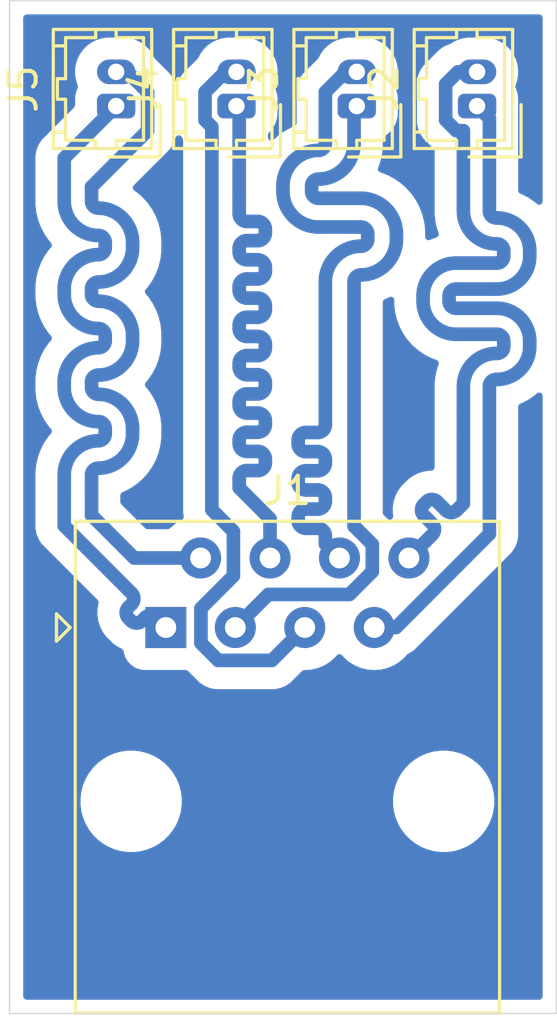
<source format=kicad_pcb>
(kicad_pcb (version 20240108) (generator "pcbnew") (generator_version "8.0")
  (layers (0 "F.Cu" signal) (31 "B.Cu" signal) (34 "B.Paste" user) (35 "F.Paste" user) (36 "B.SilkS" user "B.Silkscreen") (37 "F.SilkS" user "F.Silkscreen") (38 "B.Mask" user) (39 "F.Mask" user) (44 "Edge.Cuts" user))
  (net 0 "")
  (net 1 "/C2_P")
  (net 2 "/C3_N")
  (net 3 "/C2_N")
  (net 4 "/C3_P")
  (net 5 "/C4_N")
  (net 6 "/C1_N")
  (net 7 "/C4_P")
  (net 8 "/C1_P")
  (footprint "Connector_Hirose:Hirose_DF13-02P-1.25DSA_1x02_P1.25mm_Vertical" (layer "F.Cu") (at 112.7 31.85 90)
    (property "Reference" "J3" (at 0.62 -3.4 90) (layer "F.SilkS"))
    (property "Value" "Conn_01x02_Pin" (hide yes))
    (fp_line (start 2.8 -2.3) (end -1.55 -2.3) (stroke (width 0.12)) (layer "F.SilkS"))
    (fp_line (start -1.55 -2.3) (end -1.55 1.3) (stroke (width 0.12)) (layer "F.SilkS"))
    (fp_line (start 1 -2.15) (end 1 -1.85) (stroke (width 0.12)) (layer "F.SilkS"))
    (fp_line (start 0.25 -2.15) (end 1 -2.15) (stroke (width 0.12)) (layer "F.SilkS"))
    (fp_line (start 2.5 -1.85) (end 2.2 -1.85) (stroke (width 0.12)) (layer "F.SilkS"))
    (fp_line (start 2.2 -1.85) (end 2.2 -2.3) (stroke (width 0.12)) (layer "F.SilkS"))
    (fp_line (start 1 -1.85) (end 2.2 -1.85) (stroke (width 0.12)) (layer "F.SilkS"))
    (fp_line (start 0.25 -1.85) (end 0.25 -2.15) (stroke (width 0.12)) (layer "F.SilkS"))
    (fp_line (start -0.95 -1.85) (end -0.95 -2.3) (stroke (width 0.12)) (layer "F.SilkS"))
    (fp_line (start -0.95 -1.85) (end 0.25 -1.85) (stroke (width 0.12)) (layer "F.SilkS"))
    (fp_line (start -1.25 -1.85) (end -0.95 -1.85) (stroke (width 0.12)) (layer "F.SilkS"))
    (fp_line (start 2.8 -0.75) (end 2.5 -0.75) (stroke (width 0.12)) (layer "F.SilkS"))
    (fp_line (start 2.5 -0.75) (end 2.5 -1.85) (stroke (width 0.12)) (layer "F.SilkS"))
    (fp_line (start -1.25 -0.75) (end -1.25 -1.85) (stroke (width 0.12)) (layer "F.SilkS"))
    (fp_line (start -1.55 -0.75) (end -1.25 -0.75) (stroke (width 0.12)) (layer "F.SilkS"))
    (fp_line (start -1.86 -0.3) (end -1.86 1.61) (stroke (width 0.12)) (layer "F.SilkS"))
    (fp_line (start 2.5 0) (end 2.8 0) (stroke (width 0.12)) (layer "F.SilkS"))
    (fp_line (start -1.25 0) (end -1.25 1) (stroke (width 0.12)) (layer "F.SilkS"))
    (fp_line (start -1.55 0) (end -1.25 0) (stroke (width 0.12)) (layer "F.SilkS"))
    (fp_line (start 2.5 1) (end 2.5 0) (stroke (width 0.12)) (layer "F.SilkS"))
    (fp_line (start -1.25 1) (end 2.5 1) (stroke (width 0.12)) (layer "F.SilkS"))
    (fp_line (start 2.8 1.3) (end 2.8 -2.3) (stroke (width 0.12)) (layer "F.SilkS"))
    (fp_line (start -1.55 1.3) (end 2.8 1.3) (stroke (width 0.12)) (layer "F.SilkS"))
    (fp_line (start -1.86 1.61) (end 0.05 1.61) (stroke (width 0.12)) (layer "F.SilkS"))
    (pad "1" thru_hole roundrect (at 0 0 90) (size 0.9 1.4) (drill 0.6) (layers "*.Cu" "*.Mask") (net 3 "/C2_N"))
    (pad "2" thru_hole oval (at 1.25 0 90) (size 0.9 1.4) (drill 0.6) (layers "*.Cu" "*.Mask") (net 1 "/C2_P"))
  )
  (footprint "Connector_Hirose:Hirose_DF13-02P-1.25DSA_1x02_P1.25mm_Vertical" (layer "F.Cu") (at 117.1 31.85 90)
    (property "Reference" "J2" (at 0.62 -3.4 90) (layer "F.SilkS"))
    (property "Value" "Conn_01x02_Pin" (hide yes))
    (fp_line (start 2.8 -2.3) (end -1.55 -2.3) (stroke (width 0.12)) (layer "F.SilkS"))
    (fp_line (start -1.55 -2.3) (end -1.55 1.3) (stroke (width 0.12)) (layer "F.SilkS"))
    (fp_line (start 1 -2.15) (end 1 -1.85) (stroke (width 0.12)) (layer "F.SilkS"))
    (fp_line (start 0.25 -2.15) (end 1 -2.15) (stroke (width 0.12)) (layer "F.SilkS"))
    (fp_line (start 2.5 -1.85) (end 2.2 -1.85) (stroke (width 0.12)) (layer "F.SilkS"))
    (fp_line (start 2.2 -1.85) (end 2.2 -2.3) (stroke (width 0.12)) (layer "F.SilkS"))
    (fp_line (start 1 -1.85) (end 2.2 -1.85) (stroke (width 0.12)) (layer "F.SilkS"))
    (fp_line (start 0.25 -1.85) (end 0.25 -2.15) (stroke (width 0.12)) (layer "F.SilkS"))
    (fp_line (start -0.95 -1.85) (end -0.95 -2.3) (stroke (width 0.12)) (layer "F.SilkS"))
    (fp_line (start -0.95 -1.85) (end 0.25 -1.85) (stroke (width 0.12)) (layer "F.SilkS"))
    (fp_line (start -1.25 -1.85) (end -0.95 -1.85) (stroke (width 0.12)) (layer "F.SilkS"))
    (fp_line (start 2.8 -0.75) (end 2.5 -0.75) (stroke (width 0.12)) (layer "F.SilkS"))
    (fp_line (start 2.5 -0.75) (end 2.5 -1.85) (stroke (width 0.12)) (layer "F.SilkS"))
    (fp_line (start -1.25 -0.75) (end -1.25 -1.85) (stroke (width 0.12)) (layer "F.SilkS"))
    (fp_line (start -1.55 -0.75) (end -1.25 -0.75) (stroke (width 0.12)) (layer "F.SilkS"))
    (fp_line (start -1.86 -0.3) (end -1.86 1.61) (stroke (width 0.12)) (layer "F.SilkS"))
    (fp_line (start 2.5 0) (end 2.8 0) (stroke (width 0.12)) (layer "F.SilkS"))
    (fp_line (start -1.25 0) (end -1.25 1) (stroke (width 0.12)) (layer "F.SilkS"))
    (fp_line (start -1.55 0) (end -1.25 0) (stroke (width 0.12)) (layer "F.SilkS"))
    (fp_line (start 2.5 1) (end 2.5 0) (stroke (width 0.12)) (layer "F.SilkS"))
    (fp_line (start -1.25 1) (end 2.5 1) (stroke (width 0.12)) (layer "F.SilkS"))
    (fp_line (start 2.8 1.3) (end 2.8 -2.3) (stroke (width 0.12)) (layer "F.SilkS"))
    (fp_line (start -1.55 1.3) (end 2.8 1.3) (stroke (width 0.12)) (layer "F.SilkS"))
    (fp_line (start -1.86 1.61) (end 0.05 1.61) (stroke (width 0.12)) (layer "F.SilkS"))
    (pad "1" thru_hole roundrect (at 0 0 90) (size 0.9 1.4) (drill 0.6) (layers "*.Cu" "*.Mask") (net 6 "/C1_N"))
    (pad "2" thru_hole oval (at 1.25 0 90) (size 0.9 1.4) (drill 0.6) (layers "*.Cu" "*.Mask") (net 8 "/C1_P"))
  )
  (footprint "Connector_Hirose:Hirose_DF13-02P-1.25DSA_1x02_P1.25mm_Vertical" (layer "F.Cu") (at 108.3 31.85 90)
    (property "Reference" "J4" (at 0.62 -3.4 90) (layer "F.SilkS"))
    (property "Value" "Conn_01x02_Pin" (hide yes))
    (fp_line (start 2.8 -2.3) (end -1.55 -2.3) (stroke (width 0.12)) (layer "F.SilkS"))
    (fp_line (start -1.55 -2.3) (end -1.55 1.3) (stroke (width 0.12)) (layer "F.SilkS"))
    (fp_line (start 1 -2.15) (end 1 -1.85) (stroke (width 0.12)) (layer "F.SilkS"))
    (fp_line (start 0.25 -2.15) (end 1 -2.15) (stroke (width 0.12)) (layer "F.SilkS"))
    (fp_line (start 2.5 -1.85) (end 2.2 -1.85) (stroke (width 0.12)) (layer "F.SilkS"))
    (fp_line (start 2.2 -1.85) (end 2.2 -2.3) (stroke (width 0.12)) (layer "F.SilkS"))
    (fp_line (start 1 -1.85) (end 2.2 -1.85) (stroke (width 0.12)) (layer "F.SilkS"))
    (fp_line (start 0.25 -1.85) (end 0.25 -2.15) (stroke (width 0.12)) (layer "F.SilkS"))
    (fp_line (start -0.95 -1.85) (end -0.95 -2.3) (stroke (width 0.12)) (layer "F.SilkS"))
    (fp_line (start -0.95 -1.85) (end 0.25 -1.85) (stroke (width 0.12)) (layer "F.SilkS"))
    (fp_line (start -1.25 -1.85) (end -0.95 -1.85) (stroke (width 0.12)) (layer "F.SilkS"))
    (fp_line (start 2.8 -0.75) (end 2.5 -0.75) (stroke (width 0.12)) (layer "F.SilkS"))
    (fp_line (start 2.5 -0.75) (end 2.5 -1.85) (stroke (width 0.12)) (layer "F.SilkS"))
    (fp_line (start -1.25 -0.75) (end -1.25 -1.85) (stroke (width 0.12)) (layer "F.SilkS"))
    (fp_line (start -1.55 -0.75) (end -1.25 -0.75) (stroke (width 0.12)) (layer "F.SilkS"))
    (fp_line (start -1.86 -0.3) (end -1.86 1.61) (stroke (width 0.12)) (layer "F.SilkS"))
    (fp_line (start 2.5 0) (end 2.8 0) (stroke (width 0.12)) (layer "F.SilkS"))
    (fp_line (start -1.25 0) (end -1.25 1) (stroke (width 0.12)) (layer "F.SilkS"))
    (fp_line (start -1.55 0) (end -1.25 0) (stroke (width 0.12)) (layer "F.SilkS"))
    (fp_line (start 2.5 1) (end 2.5 0) (stroke (width 0.12)) (layer "F.SilkS"))
    (fp_line (start -1.25 1) (end 2.5 1) (stroke (width 0.12)) (layer "F.SilkS"))
    (fp_line (start 2.8 1.3) (end 2.8 -2.3) (stroke (width 0.12)) (layer "F.SilkS"))
    (fp_line (start -1.55 1.3) (end 2.8 1.3) (stroke (width 0.12)) (layer "F.SilkS"))
    (fp_line (start -1.86 1.61) (end 0.05 1.61) (stroke (width 0.12)) (layer "F.SilkS"))
    (pad "1" thru_hole roundrect (at 0 0 90) (size 0.9 1.4) (drill 0.6) (layers "*.Cu" "*.Mask") (net 2 "/C3_N"))
    (pad "2" thru_hole oval (at 1.25 0 90) (size 0.9 1.4) (drill 0.6) (layers "*.Cu" "*.Mask") (net 4 "/C3_P"))
  )
  (footprint "Connector_RJ:RJ45_Amphenol_54602-x08_Horizontal" (layer "F.Cu") (at 105.7175 50.9)
    (property "Reference" "J1" (at 4.445 -5 0) (layer "F.SilkS"))
    (property "Value" "RJ45")
    (fp_line (start -4 -0.5) (end -4 0.5) (stroke (width 0.12)) (layer "F.SilkS"))
    (fp_line (start -4 0.5) (end -3.5 0) (stroke (width 0.12)) (layer "F.SilkS"))
    (fp_line (start -3.5 0) (end -4 -0.5) (stroke (width 0.12)) (layer "F.SilkS"))
    (fp_line (start -3.315 -3.88) (end -3.315 14.08) (stroke (width 0.12)) (layer "F.SilkS"))
    (fp_line (start -3.315 14.08) (end 12.205 14.08) (stroke (width 0.12)) (layer "F.SilkS"))
    (fp_line (start 12.205 -3.88) (end -3.315 -3.88) (stroke (width 0.12)) (layer "F.SilkS"))
    (fp_line (start 12.205 -3.88) (end 12.205 14.08) (stroke (width 0.12)) (layer "F.SilkS"))
    (pad "" np_thru_hole circle (at -1.27 6.35) (size 3.2 3.2) (drill 3.2) (layers "*.Cu" "*.Mask"))
    (pad "" np_thru_hole circle (at 10.16 6.35) (size 3.2 3.2) (drill 3.2) (layers "*.Cu" "*.Mask"))
    (pad "1" thru_hole rect (at 0 0) (size 1.5 1.5) (drill 0.76) (layers "*.Cu" "*.Mask") (net 5 "/C4_N"))
    (pad "2" thru_hole circle (at 1.27 -2.54) (size 1.5 1.5) (drill 0.76) (layers "*.Cu" "*.Mask") (net 7 "/C4_P"))
    (pad "3" thru_hole circle (at 2.54 0) (size 1.5 1.5) (drill 0.76) (layers "*.Cu" "*.Mask") (net 3 "/C2_N"))
    (pad "4" thru_hole circle (at 3.81 -2.54) (size 1.5 1.5) (drill 0.76) (layers "*.Cu" "*.Mask") (net 2 "/C3_N"))
    (pad "5" thru_hole circle (at 5.08 0) (size 1.5 1.5) (drill 0.76) (layers "*.Cu" "*.Mask") (net 4 "/C3_P"))
    (pad "6" thru_hole circle (at 6.35 -2.54) (size 1.5 1.5) (drill 0.76) (layers "*.Cu" "*.Mask") (net 1 "/C2_P"))
    (pad "7" thru_hole circle (at 7.62 0) (size 1.5 1.5) (drill 0.76) (layers "*.Cu" "*.Mask") (net 6 "/C1_N"))
    (pad "8" thru_hole circle (at 8.89 -2.54) (size 1.5 1.5) (drill 0.76) (layers "*.Cu" "*.Mask") (net 8 "/C1_P"))
  )
  (footprint "Connector_Hirose:Hirose_DF13-02P-1.25DSA_1x02_P1.25mm_Vertical" (layer "F.Cu") (at 103.9 31.85 90)
    (property "Reference" "J5" (at 0.62 -3.4 90) (layer "F.SilkS"))
    (property "Value" "Conn_01x02_Pin")
    (fp_line (start 2.8 -2.3) (end -1.55 -2.3) (stroke (width 0.12)) (layer "F.SilkS"))
    (fp_line (start -1.55 -2.3) (end -1.55 1.3) (stroke (width 0.12)) (layer "F.SilkS"))
    (fp_line (start 1 -2.15) (end 1 -1.85) (stroke (width 0.12)) (layer "F.SilkS"))
    (fp_line (start 0.25 -2.15) (end 1 -2.15) (stroke (width 0.12)) (layer "F.SilkS"))
    (fp_line (start 2.5 -1.85) (end 2.2 -1.85) (stroke (width 0.12)) (layer "F.SilkS"))
    (fp_line (start 2.2 -1.85) (end 2.2 -2.3) (stroke (width 0.12)) (layer "F.SilkS"))
    (fp_line (start 1 -1.85) (end 2.2 -1.85) (stroke (width 0.12)) (layer "F.SilkS"))
    (fp_line (start 0.25 -1.85) (end 0.25 -2.15) (stroke (width 0.12)) (layer "F.SilkS"))
    (fp_line (start -0.95 -1.85) (end -0.95 -2.3) (stroke (width 0.12)) (layer "F.SilkS"))
    (fp_line (start -0.95 -1.85) (end 0.25 -1.85) (stroke (width 0.12)) (layer "F.SilkS"))
    (fp_line (start -1.25 -1.85) (end -0.95 -1.85) (stroke (width 0.12)) (layer "F.SilkS"))
    (fp_line (start 2.8 -0.75) (end 2.5 -0.75) (stroke (width 0.12)) (layer "F.SilkS"))
    (fp_line (start 2.5 -0.75) (end 2.5 -1.85) (stroke (width 0.12)) (layer "F.SilkS"))
    (fp_line (start -1.25 -0.75) (end -1.25 -1.85) (stroke (width 0.12)) (layer "F.SilkS"))
    (fp_line (start -1.55 -0.75) (end -1.25 -0.75) (stroke (width 0.12)) (layer "F.SilkS"))
    (fp_line (start -1.86 -0.3) (end -1.86 1.61) (stroke (width 0.12)) (layer "F.SilkS"))
    (fp_line (start 2.5 0) (end 2.8 0) (stroke (width 0.12)) (layer "F.SilkS"))
    (fp_line (start -1.25 0) (end -1.25 1) (stroke (width 0.12)) (layer "F.SilkS"))
    (fp_line (start -1.55 0) (end -1.25 0) (stroke (width 0.12)) (layer "F.SilkS"))
    (fp_line (start 2.5 1) (end 2.5 0) (stroke (width 0.12)) (layer "F.SilkS"))
    (fp_line (start -1.25 1) (end 2.5 1) (stroke (width 0.12)) (layer "F.SilkS"))
    (fp_line (start 2.8 1.3) (end 2.8 -2.3) (stroke (width 0.12)) (layer "F.SilkS"))
    (fp_line (start -1.55 1.3) (end 2.8 1.3) (stroke (width 0.12)) (layer "F.SilkS"))
    (fp_line (start -1.86 1.61) (end 0.05 1.61) (stroke (width 0.12)) (layer "F.SilkS"))
    (pad "1" thru_hole roundrect (at 0 0 90) (size 0.9 1.4) (drill 0.6) (layers "*.Cu" "*.Mask") (net 5 "/C4_N"))
    (pad "2" thru_hole oval (at 1.25 0 90) (size 0.9 1.4) (drill 0.6) (layers "*.Cu" "*.Mask") (net 7 "/C4_P"))
  )
  (gr_rect (start 100 28) (end 120 65) (stroke (width 0.05)) (fill none) (layer "Edge.Cuts"))
  (segment (start 111.27 45.874174) (end 110.83641 45.874174) (width 0.5) (layer "B.Cu") (net 1))
  (segment (start 111.55 44.894174) (end 111.55 44.754174) (width 0.5) (layer "B.Cu") (net 1))
  (segment (start 111.55 38.468114) (end 111.55 39.63206) (width 0.5) (layer "B.Cu") (net 1))
  (segment (start 111.55 46.294174) (end 111.55 46.154174) (width 0.5) (layer "B.Cu") (net 1))
  (segment (start 111.55 43.354174) (end 111.55 40.6) (width 0.5) (layer "B.Cu") (net 1))
  (segment (start 111.27 44.474174) (end 110.83641 44.474174) (width 0.5) (layer "B.Cu") (net 1))
  (segment (start 113.1 36.518114) (end 113.1 36.718114) (width 0.5) (layer "B.Cu") (net 1))
  (segment (start 110.83641 46.574174) (end 111.27 46.574174) (width 0.5) (layer "B.Cu") (net 1))
  (segment (start 111.55 47.8425) (end 111.55 47.554174) (width 0.5) (layer "B.Cu") (net 1))
  (segment (start 110.83641 45.174174) (end 111.27 45.174174) (width 0.5) (layer "B.Cu") (net 1))
  (segment (start 111.3 36.268114) (end 111.55 36.268114) (width 0.5) (layer "B.Cu") (net 1))
  (segment (start 112.289172 30.6) (end 111.55 31.339172) (width 0.5) (layer "B.Cu") (net 1))
  (segment (start 110.55641 46.994174) (end 110.55641 46.854174) (width 0.5) (layer "B.Cu") (net 1))
  (segment (start 111.55 43.494174) (end 111.55 43.354174) (width 0.5) (layer "B.Cu") (net 1))
  (segment (start 111.55 38.268114) (end 111.55 38.468114) (width 0.5) (layer "B.Cu") (net 1))
  (segment (start 110.55641 44.194174) (end 110.55641 44.054174) (width 0.5) (layer "B.Cu") (net 1))
  (segment (start 111.55 36.268114) (end 112.85 36.268114) (width 0.5) (layer "B.Cu") (net 1))
  (segment (start 112.7 30.6) (end 112.289172 30.6) (width 0.5) (layer "B.Cu") (net 1))
  (segment (start 110.55641 45.594174) (end 110.55641 45.454174) (width 0.5) (layer "B.Cu") (net 1))
  (segment (start 112.0675 48.36) (end 111.55 47.8425) (width 0.5) (layer "B.Cu") (net 1))
  (segment (start 111.55 39.63206) (end 111.55 40.6) (width 0.5) (layer "B.Cu") (net 1))
  (segment (start 110.83641 43.774174) (end 111.27 43.774174) (width 0.5) (layer "B.Cu") (net 1))
  (segment (start 110 34.768114) (end 110 34.968114) (width 0.5) (layer "B.Cu") (net 1))
  (segment (start 111.27 47.274174) (end 110.83641 47.274174) (width 0.5) (layer "B.Cu") (net 1))
  (segment (start 111.55 31.339172) (end 111.55 33.218114) (width 0.5) (layer "B.Cu") (net 1))
  (arc (start 112.85 36.968114) (mid 111.930761 37.348875) (end 111.55 38.268114) (width 0.5) (layer "B.Cu") (net 1))
  (arc (start 112.85 36.268114) (mid 113.026777 36.341337) (end 113.1 36.518114) (width 0.5) (layer "B.Cu") (net 1))
  (arc (start 110.55641 45.454174) (mid 110.63842 45.256184) (end 110.83641 45.174174) (width 0.5) (layer "B.Cu") (net 1))
  (arc (start 110.55641 44.054174) (mid 110.63842 43.856184) (end 110.83641 43.774174) (width 0.5) (layer "B.Cu") (net 1))
  (arc (start 110 34.968114) (mid 110.380761 35.887353) (end 111.3 36.268114) (width 0.5) (layer "B.Cu") (net 1))
  (arc (start 111.55 47.554174) (mid 111.46799 47.356184) (end 111.27 47.274174) (width 0.5) (layer "B.Cu") (net 1))
  (arc (start 110.83641 45.874174) (mid 110.63842 45.792164) (end 110.55641 45.594174) (width 0.5) (layer "B.Cu") (net 1))
  (arc (start 111.27 46.574174) (mid 111.46799 46.492164) (end 111.55 46.294174) (width 0.5) (layer "B.Cu") (net 1))
  (arc (start 111.55 44.754174) (mid 111.46799 44.556184) (end 111.27 44.474174) (width 0.5) (layer "B.Cu") (net 1))
  (arc (start 111.27 45.174174) (mid 111.46799 45.092164) (end 111.55 44.894174) (width 0.5) (layer "B.Cu") (net 1))
  (arc (start 111.3 33.468114) (mid 110.380761 33.848875) (end 110 34.768114) (width 0.5) (layer "B.Cu") (net 1))
  (arc (start 111.55 33.218114) (mid 111.476777 33.394891) (end 111.3 33.468114) (width 0.5) (layer "B.Cu") (net 1))
  (arc (start 113.1 36.718114) (mid 113.026777 36.894891) (end 112.85 36.968114) (width 0.5) (layer "B.Cu") (net 1))
  (arc (start 111.27 43.774174) (mid 111.46799 43.692164) (end 111.55 43.494174) (width 0.5) (layer "B.Cu") (net 1))
  (arc (start 110.83641 47.274174) (mid 110.63842 47.192164) (end 110.55641 46.994174) (width 0.5) (layer "B.Cu") (net 1))
  (arc (start 111.55 46.154174) (mid 111.46799 45.956184) (end 111.27 45.874174) (width 0.5) (layer "B.Cu") (net 1))
  (arc (start 110.83641 44.474174) (mid 110.63842 44.392164) (end 110.55641 44.194174) (width 0.5) (layer "B.Cu") (net 1))
  (arc (start 110.55641 46.854174) (mid 110.63842 46.656184) (end 110.83641 46.574174) (width 0.5) (layer "B.Cu") (net 1))
  (segment (start 109.076237 43.066066) (end 108.68 43.066066) (width 0.5) (layer "B.Cu") (net 2))
  (segment (start 108.4 38.586066) (end 108.4 38.446066) (width 0.5) (layer "B.Cu") (net 2))
  (segment (start 108.4 37.186066) (end 108.4 37.046066) (width 0.5) (layer "B.Cu") (net 2))
  (segment (start 109.076237 41.666066) (end 108.68 41.666066) (width 0.5) (layer "B.Cu") (net 2))
  (segment (start 108.68 36.766066) (end 109.076237 36.766066) (width 0.5) (layer "B.Cu") (net 2))
  (segment (start 109.076237 37.466066) (end 108.68 37.466066) (width 0.5) (layer "B.Cu") (net 2))
  (segment (start 109.356237 40.686066) (end 109.356237 40.546066) (width 0.5) (layer "B.Cu") (net 2))
  (segment (start 109.076237 36.066066) (end 108.68 36.066066) (width 0.5) (layer "B.Cu") (net 2))
  (segment (start 109.356237 39.286066) (end 109.356237 39.146066) (width 0.5) (layer "B.Cu") (net 2))
  (segment (start 109.356237 44.886066) (end 109.356237 44.746066) (width 0.5) (layer "B.Cu") (net 2))
  (segment (start 109.356237 36.486066) (end 109.356237 36.346066) (width 0.5) (layer "B.Cu") (net 2))
  (segment (start 109.076237 44.466066) (end 108.68 44.466066) (width 0.5) (layer "B.Cu") (net 2))
  (segment (start 109.076237 40.266066) (end 108.68 40.266066) (width 0.5) (layer "B.Cu") (net 2))
  (segment (start 108.4 35.646066) (end 108.4 35.066023) (width 0.5) (layer "B.Cu") (net 2))
  (segment (start 109.076237 38.866066) (end 108.68 38.866066) (width 0.5) (layer "B.Cu") (net 2))
  (segment (start 108.68 43.766066) (end 109.076237 43.766066) (width 0.5) (layer "B.Cu") (net 2))
  (segment (start 108.68 40.966066) (end 109.076237 40.966066) (width 0.5) (layer "B.Cu") (net 2))
  (segment (start 109.5275 48.36) (end 109.5275 46.9275) (width 0.5) (layer "B.Cu") (net 2))
  (segment (start 108.4 42.786066) (end 108.4 42.646066) (width 0.5) (layer "B.Cu") (net 2))
  (segment (start 108.68 39.566066) (end 109.076237 39.566066) (width 0.5) (layer "B.Cu") (net 2))
  (segment (start 108.68 38.166066) (end 109.076237 38.166066) (width 0.5) (layer "B.Cu") (net 2))
  (segment (start 108.4 35.786066) (end 108.4 35.646066) (width 0.5) (layer "B.Cu") (net 2))
  (segment (start 108.4 45.8) (end 108.4 45.446066) (width 0.5) (layer "B.Cu") (net 2))
  (segment (start 108.4 41.386066) (end 108.4 41.246066) (width 0.5) (layer "B.Cu") (net 2))
  (segment (start 109.356237 42.086066) (end 109.356237 41.946066) (width 0.5) (layer "B.Cu") (net 2))
  (segment (start 108.4 39.986066) (end 108.4 39.846066) (width 0.5) (layer "B.Cu") (net 2))
  (segment (start 108.4 35.066023) (end 108.4 31.95) (width 0.5) (layer "B.Cu") (net 2))
  (segment (start 109.5275 46.9275) (end 108.4 45.8) (width 0.5) (layer "B.Cu") (net 2))
  (segment (start 108.4 44.186066) (end 108.4 44.046066) (width 0.5) (layer "B.Cu") (net 2))
  (segment (start 108.68 42.366066) (end 109.076237 42.366066) (width 0.5) (layer "B.Cu") (net 2))
  (segment (start 109.356237 37.886066) (end 109.356237 37.746066) (width 0.5) (layer "B.Cu") (net 2))
  (segment (start 109.356237 43.486066) (end 109.356237 43.346066) (width 0.5) (layer "B.Cu") (net 2))
  (segment (start 108.4 31.95) (end 108.3 31.85) (width 0.5) (layer "B.Cu") (net 2))
  (segment (start 108.68 45.166066) (end 109.076237 45.166066) (width 0.5) (layer "B.Cu") (net 2))
  (arc (start 108.68 40.266066) (mid 108.48201 40.184056) (end 108.4 39.986066) (width 0.5) (layer "B.Cu") (net 2))
  (arc (start 109.356237 39.146066) (mid 109.274227 38.948076) (end 109.076237 38.866066) (width 0.5) (layer "B.Cu") (net 2))
  (arc (start 109.076237 42.366066) (mid 109.274227 42.284056) (end 109.356237 42.086066) (width 0.5) (layer "B.Cu") (net 2))
  (arc (start 108.68 43.066066) (mid 108.48201 42.984056) (end 108.4 42.786066) (width 0.5) (layer "B.Cu") (net 2))
  (arc (start 108.4 42.646066) (mid 108.48201 42.448076) (end 108.68 42.366066) (width 0.5) (layer "B.Cu") (net 2))
  (arc (start 109.356237 43.346066) (mid 109.274227 43.148076) (end 109.076237 43.066066) (width 0.5) (layer "B.Cu") (net 2))
  (arc (start 109.076237 45.166066) (mid 109.274227 45.084056) (end 109.356237 44.886066) (width 0.5) (layer "B.Cu") (net 2))
  (arc (start 108.68 36.066066) (mid 108.48201 35.984056) (end 108.4 35.786066) (width 0.5) (layer "B.Cu") (net 2))
  (arc (start 108.68 38.866066) (mid 108.48201 38.784056) (end 108.4 38.586066) (width 0.5) (layer "B.Cu") (net 2))
  (arc (start 109.076237 40.966066) (mid 109.274227 40.884056) (end 109.356237 40.686066) (width 0.5) (layer "B.Cu") (net 2))
  (arc (start 109.076237 39.566066) (mid 109.274227 39.484056) (end 109.356237 39.286066) (width 0.5) (layer "B.Cu") (net 2))
  (arc (start 108.68 37.466066) (mid 108.48201 37.384056) (end 108.4 37.186066) (width 0.5) (layer "B.Cu") (net 2))
  (arc (start 108.4 38.446066) (mid 108.48201 38.248076) (end 108.68 38.166066) (width 0.5) (layer "B.Cu") (net 2))
  (arc (start 108.68 44.466066) (mid 108.48201 44.384056) (end 108.4 44.186066) (width 0.5) (layer "B.Cu") (net 2))
  (arc (start 109.356237 44.746066) (mid 109.274227 44.548076) (end 109.076237 44.466066) (width 0.5) (layer "B.Cu") (net 2))
  (arc (start 108.4 45.446066) (mid 108.48201 45.248076) (end 108.68 45.166066) (width 0.5) (layer "B.Cu") (net 2))
  (arc (start 109.356237 36.346066) (mid 109.274227 36.148076) (end 109.076237 36.066066) (width 0.5) (layer "B.Cu") (net 2))
  (arc (start 109.356237 41.946066) (mid 109.274227 41.748076) (end 109.076237 41.666066) (width 0.5) (layer "B.Cu") (net 2))
  (arc (start 108.4 39.846066) (mid 108.48201 39.648076) (end 108.68 39.566066) (width 0.5) (layer "B.Cu") (net 2))
  (arc (start 108.4 37.046066) (mid 108.48201 36.848076) (end 108.68 36.766066) (width 0.5) (layer "B.Cu") (net 2))
  (arc (start 109.356237 40.546066) (mid 109.274227 40.348076) (end 109.076237 40.266066) (width 0.5) (layer "B.Cu") (net 2))
  (arc (start 108.4 44.046066) (mid 108.48201 43.848076) (end 108.68 43.766066) (width 0.5) (layer "B.Cu") (net 2))
  (arc (start 109.076237 43.766066) (mid 109.274227 43.684056) (end 109.356237 43.486066) (width 0.5) (layer "B.Cu") (net 2))
  (arc (start 108.4 41.246066) (mid 108.48201 41.048076) (end 108.68 40.966066) (width 0.5) (layer "B.Cu") (net 2))
  (arc (start 109.076237 38.166066) (mid 109.274227 38.084056) (end 109.356237 37.886066) (width 0.5) (layer "B.Cu") (net 2))
  (arc (start 109.356237 37.746066) (mid 109.274227 37.548076) (end 109.076237 37.466066) (width 0.5) (layer "B.Cu") (net 2))
  (arc (start 109.076237 36.766066) (mid 109.274227 36.684056) (end 109.356237 36.486066) (width 0.5) (layer "B.Cu") (net 2))
  (arc (start 108.68 41.666066) (mid 108.48201 41.584056) (end 108.4 41.386066) (width 0.5) (layer "B.Cu") (net 2))
  (segment (start 112.6 31.95) (end 112.6 33.218114) (width 0.5) (layer "B.Cu") (net 3))
  (segment (start 109.465222 49.692278) (end 108.2575 50.9) (width 0.5) (layer "B.Cu") (net 3))
  (segment (start 112.6 38.468114) (end 112.6 39.63206) (width 0.5) (layer "B.Cu") (net 3))
  (segment (start 112.6 38.268114) (end 112.6 38.468114) (width 0.5) (layer "B.Cu") (net 3))
  (segment (start 112.6 47.195443) (end 113.2675 47.862943) (width 0.5) (layer "B.Cu") (net 3))
  (segment (start 111.05 34.768114) (end 111.05 34.968114) (width 0.5) (layer "B.Cu") (net 3))
  (segment (start 111.55 35.218114) (end 112.85 35.218114) (width 0.5) (layer "B.Cu") (net 3))
  (segment (start 112.6 39.63206) (end 112.6 47.195443) (width 0.5) (layer "B.Cu") (net 3))
  (segment (start 113.2675 48.857057) (end 112.432279 49.692278) (width 0.5) (layer "B.Cu") (net 3))
  (segment (start 111.3 35.218114) (end 111.55 35.218114) (width 0.5) (layer "B.Cu") (net 3))
  (segment (start 114.15 36.518114) (end 114.15 36.718114) (width 0.5) (layer "B.Cu") (net 3))
  (segment (start 112.432279 49.692278) (end 109.465222 49.692278) (width 0.5) (layer "B.Cu") (net 3))
  (segment (start 112.7 31.85) (end 112.6 31.95) (width 0.5) (layer "B.Cu") (net 3))
  (segment (start 108.2575 50.9) (end 108.684557 50.9) (width 0.5) (layer "B.Cu") (net 3))
  (segment (start 113.2675 47.862943) (end 113.2675 48.857057) (width 0.5) (layer "B.Cu") (net 3))
  (arc (start 111.05 34.968114) (mid 111.123223 35.144891) (end 111.3 35.218114) (width 0.5) (layer "B.Cu") (net 3))
  (arc (start 111.3 34.518114) (mid 111.123223 34.591337) (end 111.05 34.768114) (width 0.5) (layer "B.Cu") (net 3))
  (arc (start 114.15 36.718114) (mid 113.769239 37.637353) (end 112.85 38.018114) (width 0.5) (layer "B.Cu") (net 3))
  (arc (start 112.6 33.218114) (mid 112.219239 34.137353) (end 111.3 34.518114) (width 0.5) (layer "B.Cu") (net 3))
  (arc (start 112.85 35.218114) (mid 113.769239 35.598875) (end 114.15 36.518114) (width 0.5) (layer "B.Cu") (net 3))
  (arc (start 112.85 38.018114) (mid 112.673223 38.091337) (end 112.6 38.268114) (width 0.5) (layer "B.Cu") (net 3))
  (segment (start 107.4 32.610828) (end 107.15 32.360828) (width 0.5) (layer "B.Cu") (net 4))
  (segment (start 108.1875 49.0125) (end 108.1875 47.3875) (width 0.5) (layer "B.Cu") (net 4))
  (segment (start 107.630221 52.1) (end 107 51.469779) (width 0.5) (layer "B.Cu") (net 4))
  (segment (start 107.15 32.360828) (end 107.15 31.339172) (width 0.5) (layer "B.Cu") (net 4))
  (segment (start 107.4 46.6) (end 107.4 32.610828) (width 0.5) (layer "B.Cu") (net 4))
  (segment (start 109.5975 52.1) (end 107.630221 52.1) (width 0.5) (layer "B.Cu") (net 4))
  (segment (start 108.1875 47.3875) (end 107.4 46.6) (width 0.5) (layer "B.Cu") (net 4))
  (segment (start 107.15 31.339172) (end 107.889172 30.6) (width 0.5) (layer "B.Cu") (net 4))
  (segment (start 107 51.469779) (end 107 50.2) (width 0.5) (layer "B.Cu") (net 4))
  (segment (start 110.7975 50.9) (end 109.5975 52.1) (width 0.5) (layer "B.Cu") (net 4))
  (segment (start 107 50.2) (end 108.1875 49.0125) (width 0.5) (layer "B.Cu") (net 4))
  (segment (start 107.889172 30.6) (end 108.3 30.6) (width 0.5) (layer "B.Cu") (net 4))
  (segment (start 103.5 43.628176) (end 103.5 43.828176) (width 0.5) (layer "B.Cu") (net 5))
  (segment (start 102 41.928176) (end 102 42.128176) (width 0.5) (layer "B.Cu") (net 5))
  (segment (start 104.348255 50.159484) (end 104.46463 50.04311) (width 0.5) (layer "B.Cu") (net 5))
  (segment (start 102 45.328176) (end 102 45.528176) (width 0.5) (layer "B.Cu") (net 5))
  (segment (start 102 33.75) (end 102 35.328176) (width 0.5) (layer "B.Cu") (net 5))
  (segment (start 104.46463 49.64713) (end 104.365636 49.548136) (width 0.5) (layer "B.Cu") (net 5))
  (segment (start 102 45.528176) (end 102 46.042788) (width 0.5) (layer "B.Cu") (net 5))
  (segment (start 102 38.528176) (end 102 38.728176) (width 0.5) (layer "B.Cu") (net 5))
  (segment (start 103.5 36.828176) (end 103.5 37.028176) (width 0.5) (layer "B.Cu") (net 5))
  (segment (start 105.7175 50.9) (end 105.355586 50.538086) (width 0.5) (layer "B.Cu") (net 5))
  (segment (start 102 47.1825) (end 102.60825 47.79075) (width 0.5) (layer "B.Cu") (net 5))
  (segment (start 103.5 40.228176) (end 103.5 40.428176) (width 0.5) (layer "B.Cu") (net 5))
  (segment (start 103.9 31.85) (end 102 33.75) (width 0.5) (layer "B.Cu") (net 5))
  (segment (start 104.44725 50.654459) (end 104.348255 50.555464) (width 0.5) (layer "B.Cu") (net 5))
  (segment (start 102 46.042788) (end 102 47.1825) (width 0.5) (layer "B.Cu") (net 5))
  (segment (start 104.959606 50.538086) (end 104.84323 50.654459) (width 0.5) (layer "B.Cu") (net 5))
  (segment (start 104.365636 49.548136) (end 102.60825 47.79075) (width 0.5) (layer "B.Cu") (net 5))
  (arc (start 103.5 37.028176) (mid 103.426777 37.204953) (end 103.25 37.278176) (width 0.5) (layer "B.Cu") (net 5))
  (arc (start 102 42.128176) (mid 102.366117 43.012059) (end 103.25 43.378176) (width 0.5) (layer "B.Cu") (net 5))
  (arc (start 104.84323 50.654459) (mid 104.64524 50.736469) (end 104.44725 50.654459) (width 0.5) (layer "B.Cu") (net 5))
  (arc (start 103.5 40.428176) (mid 103.426777 40.604953) (end 103.25 40.678176) (width 0.5) (layer "B.Cu") (net 5))
  (arc (start 103.25 37.278176) (mid 102.366117 37.644293) (end 102 38.528176) (width 0.5) (layer "B.Cu") (net 5))
  (arc (start 103.25 44.078176) (mid 102.366117 44.444293) (end 102 45.328176) (width 0.5) (layer "B.Cu") (net 5))
  (arc (start 103.25 40.678176) (mid 102.366117 41.044293) (end 102 41.928176) (width 0.5) (layer "B.Cu") (net 5))
  (arc (start 102 38.728176) (mid 102.366117 39.612059) (end 103.25 39.978176) (width 0.5) (layer "B.Cu") (net 5))
  (arc (start 103.25 36.578176) (mid 103.426777 36.651399) (end 103.5 36.828176) (width 0.5) (layer "B.Cu") (net 5))
  (arc (start 103.5 43.828176) (mid 103.426777 44.004953) (end 103.25 44.078176) (width 0.5) (layer "B.Cu") (net 5))
  (arc (start 104.348255 50.555464) (mid 104.266245 50.357474) (end 104.348255 50.159484) (width 0.5) (layer "B.Cu") (net 5))
  (arc (start 103.25 43.378176) (mid 103.426777 43.451399) (end 103.5 43.628176) (width 0.5) (layer "B.Cu") (net 5))
  (arc (start 104.46463 50.04311) (mid 104.54664 49.84512) (end 104.46463 49.64713) (width 0.5) (layer "B.Cu") (net 5))
  (arc (start 105.355586 50.538086) (mid 105.157596 50.456076) (end 104.959606 50.538086) (width 0.5) (layer "B.Cu") (net 5))
  (arc (start 102 35.328176) (mid 102.366117 36.212059) (end 103.25 36.578176) (width 0.5) (layer "B.Cu") (net 5))
  (arc (start 103.25 39.978176) (mid 103.426777 40.051399) (end 103.5 40.228176) (width 0.5) (layer "B.Cu") (net 5))
  (segment (start 117.825 38.535942) (end 117.8 38.535942) (width 0.5) (layer "B.Cu") (net 6))
  (segment (start 119.025 37.135942) (end 119.025 37.335942) (width 0.5) (layer "B.Cu") (net 6))
  (segment (start 117.55 43.121104) (end 117.55 47.482279) (width 0.5) (layer "B.Cu") (net 6))
  (segment (start 117.55 47.482279) (end 114.132279 50.9) (width 0.5) (layer "B.Cu") (net 6))
  (segment (start 117.55 32.3) (end 117.55 35.685942) (width 0.5) (layer "B.Cu") (net 6))
  (segment (start 117.8 38.535942) (end 116.325 38.535942) (width 0.5) (layer "B.Cu") (net 6))
  (segment (start 116.075 38.785942) (end 116.075 38.985942) (width 0.5) (layer "B.Cu") (net 6))
  (segment (start 117.825 41.835942) (end 117.8 41.835942) (width 0.5) (layer "B.Cu") (net 6))
  (segment (start 119.025 40.435942) (end 119.025 40.635942) (width 0.5) (layer "B.Cu") (net 6))
  (segment (start 114.132279 50.9) (end 113.3375 50.9) (width 0.5) (layer "B.Cu") (net 6))
  (segment (start 117.55 42.085942) (end 117.55 42.285942) (width 0.5) (layer "B.Cu") (net 6))
  (segment (start 116.6 39.235942) (end 117.825 39.235942) (width 0.5) (layer "B.Cu") (net 6))
  (segment (start 117.55 42.285942) (end 117.55 43.121104) (width 0.5) (layer "B.Cu") (net 6))
  (segment (start 116.325 39.235942) (end 116.6 39.235942) (width 0.5) (layer "B.Cu") (net 6))
  (segment (start 117.8 35.935942) (end 117.825 35.935942) (width 0.5) (layer "B.Cu") (net 6))
  (segment (start 117.1 31.85) (end 117.55 32.3) (width 0.5) (layer "B.Cu") (net 6))
  (arc (start 117.8 41.835942) (mid 117.623223 41.909165) (end 117.55 42.085942) (width 0.5) (layer "B.Cu") (net 6))
  (arc (start 116.325 38.535942) (mid 116.148223 38.609165) (end 116.075 38.785942) (width 0.5) (layer "B.Cu") (net 6))
  (arc (start 117.825 39.235942) (mid 118.673528 39.587414) (end 119.025 40.435942) (width 0.5) (layer "B.Cu") (net 6))
  (arc (start 117.825 35.935942) (mid 118.673528 36.287414) (end 119.025 37.135942) (width 0.5) (layer "B.Cu") (net 6))
  (arc (start 117.55 35.685942) (mid 117.623223 35.862719) (end 117.8 35.935942) (width 0.5) (layer "B.Cu") (net 6))
  (arc (start 119.025 40.635942) (mid 118.673528 41.48447) (end 117.825 41.835942) (width 0.5) (layer "B.Cu") (net 6))
  (arc (start 119.025 37.335942) (mid 118.673528 38.18447) (end 117.825 38.535942) (width 0.5) (layer "B.Cu") (net 6))
  (arc (start 116.075 38.985942) (mid 116.148223 39.162719) (end 116.325 39.235942) (width 0.5) (layer "B.Cu") (net 6))
  (segment (start 103.9 30.6) (end 104.310828 30.6) (width 0.5) (layer "B.Cu") (net 7))
  (segment (start 103 46.8) (end 104.56 48.36) (width 0.5) (layer "B.Cu") (net 7))
  (segment (start 103 38.528176) (end 103 38.728176) (width 0.5) (layer "B.Cu") (net 7))
  (segment (start 104.5 43.628176) (end 104.5 43.828176) (width 0.5) (layer "B.Cu") (net 7))
  (segment (start 104.5 36.828176) (end 104.5 37.028176) (width 0.5) (layer "B.Cu") (net 7))
  (segment (start 103 45.528176) (end 103 46.042788) (width 0.5) (layer "B.Cu") (net 7))
  (segment (start 105.05 31.339172) (end 105.05 32.75) (width 0.5) (layer "B.Cu") (net 7))
  (segment (start 103 46.042788) (end 103 46.8) (width 0.5) (layer "B.Cu") (net 7))
  (segment (start 103 34.8) (end 103 35.328176) (width 0.5) (layer "B.Cu") (net 7))
  (segment (start 104.56 48.36) (end 106.9875 48.36) (width 0.5) (layer "B.Cu") (net 7))
  (segment (start 105.05 32.75) (end 103 34.8) (width 0.5) (layer "B.Cu") (net 7))
  (segment (start 103 41.928176) (end 103 42.128176) (width 0.5) (layer "B.Cu") (net 7))
  (segment (start 104.5 40.228176) (end 104.5 40.428176) (width 0.5) (layer "B.Cu") (net 7))
  (segment (start 103 45.328176) (end 103 45.528176) (width 0.5) (layer "B.Cu") (net 7))
  (segment (start 104.310828 30.6) (end 105.05 31.339172) (width 0.5) (layer "B.Cu") (net 7))
  (arc (start 104.5 37.028176) (mid 104.133883 37.912059) (end 103.25 38.278176) (width 0.5) (layer "B.Cu") (net 7))
  (arc (start 103 38.728176) (mid 103.073223 38.904953) (end 103.25 38.978176) (width 0.5) (layer "B.Cu") (net 7))
  (arc (start 103.25 45.078176) (mid 103.073223 45.151399) (end 103 45.328176) (width 0.5) (layer "B.Cu") (net 7))
  (arc (start 103 35.328176) (mid 103.073223 35.504953) (end 103.25 35.578176) (width 0.5) (layer "B.Cu") (net 7))
  (arc (start 103.25 41.678176) (mid 103.073223 41.751399) (end 103 41.928176) (width 0.5) (layer "B.Cu") (net 7))
  (arc (start 103.25 35.578176) (mid 104.133883 35.944293) (end 104.5 36.828176) (width 0.5) (layer "B.Cu") (net 7))
  (arc (start 104.5 40.428176) (mid 104.133883 41.312059) (end 103.25 41.678176) (width 0.5) (layer "B.Cu") (net 7))
  (arc (start 103.25 42.378176) (mid 104.133883 42.744293) (end 104.5 43.628176) (width 0.5) (layer "B.Cu") (net 7))
  (arc (start 103.25 38.978176) (mid 104.133883 39.344293) (end 104.5 40.228176) (width 0.5) (layer "B.Cu") (net 7))
  (arc (start 103 42.128176) (mid 103.073223 42.304953) (end 103.25 42.378176) (width 0.5) (layer "B.Cu") (net 7))
  (arc (start 104.5 43.828176) (mid 104.133883 44.712059) (end 103.25 45.078176) (width 0.5) (layer "B.Cu") (net 7))
  (arc (start 103.25 38.278176) (mid 103.073223 38.351399) (end 103 38.528176) (width 0.5) (layer "B.Cu") (net 7))
  (segment (start 117.825 37.585942) (end 117.8 37.585942) (width 0.5) (layer "B.Cu") (net 8))
  (segment (start 114.6075 48.36) (end 115.460454 47.507046) (width 0.5) (layer "B.Cu") (net 8))
  (segment (start 115.149329 46.40396) (end 115.248323 46.304967) (width 0.5) (layer "B.Cu") (net 8))
  (segment (start 115.125 38.785942) (end 115.125 38.985942) (width 0.5) (layer "B.Cu") (net 8))
  (segment (start 116.325 40.185942) (end 116.6 40.185942) (width 0.5) (layer "B.Cu") (net 8))
  (segment (start 116.6 42.285942) (end 116.6 43.121104) (width 0.5) (layer "B.Cu") (net 8))
  (segment (start 117.8 37.585942) (end 116.325 37.585942) (width 0.5) (layer "B.Cu") (net 8))
  (segment (start 115.460455 47.111066) (end 115.149329 46.79994) (width 0.5) (layer "B.Cu") (net 8))
  (segment (start 116.450405 46.517096) (end 116.6 46.3675) (width 0.5) (layer "B.Cu") (net 8))
  (segment (start 116.339172 32.75) (end 116.6 32.75) (width 0.5) (layer "B.Cu") (net 8))
  (segment (start 116.6 46.3675) (end 116.6 43.76981) (width 0.5) (layer "B.Cu") (net 8))
  (segment (start 115.644303 46.304967) (end 115.95543 46.616094) (width 0.5) (layer "B.Cu") (net 8))
  (segment (start 115.95 31.05) (end 115.95 32.360828) (width 0.5) (layer "B.Cu") (net 8))
  (segment (start 116.6 32.75) (end 116.6 35.685942) (width 0.5) (layer "B.Cu") (net 8))
  (segment (start 117.825 40.885942) (end 117.8 40.885942) (width 0.5) (layer "B.Cu") (net 8))
  (segment (start 115.95 32.360828) (end 116.339172 32.75) (width 0.5) (layer "B.Cu") (net 8))
  (segment (start 116.6 43.121104) (end 116.6 43.76981) (width 0.5) (layer "B.Cu") (net 8))
  (segment (start 116.35141 46.616094) (end 116.450405 46.517096) (width 0.5) (layer "B.Cu") (net 8))
  (segment (start 116.4 30.6) (end 115.95 31.05) (width 0.5) (layer "B.Cu") (net 8))
  (segment (start 118.075 40.435942) (end 118.075 40.635942) (width 0.5) (layer "B.Cu") (net 8))
  (segment (start 116.6 42.085942) (end 116.6 42.285942) (width 0.5) (layer "B.Cu") (net 8))
  (segment (start 117.1 30.6) (end 116.4 30.6) (width 0.5) (layer "B.Cu") (net 8))
  (segment (start 116.6 40.185942) (end 117.825 40.185942) (width 0.5) (layer "B.Cu") (net 8))
  (segment (start 118.075 37.135942) (end 118.075 37.335942) (width 0.5) (layer "B.Cu") (net 8))
  (segment (start 117.8 36.885942) (end 117.825 36.885942) (width 0.5) (layer "B.Cu") (net 8))
  (arc (start 118.075 40.635942) (mid 118.001777 40.812719) (end 117.825 40.885942) (width 0.5) (layer "B.Cu") (net 8))
  (arc (start 115.149329 46.79994) (mid 115.067319 46.60195) (end 115.149329 46.40396) (width 0.5) (layer "B.Cu") (net 8))
  (arc (start 116.6 35.685942) (mid 116.951472 36.53447) (end 117.8 36.885942) (width 0.5) (layer "B.Cu") (net 8))
  (arc (start 115.460454 47.507046) (mid 115.542465 47.309056) (end 115.460455 47.111066) (width 0.5) (layer "B.Cu") (net 8))
  (arc (start 115.248323 46.304967) (mid 115.446313 46.222957) (end 115.644303 46.304967) (width 0.5) (layer "B.Cu") (net 8))
  (arc (start 115.95543 46.616094) (mid 116.15342 46.698104) (end 116.35141 46.616094) (width 0.5) (layer "B.Cu") (net 8))
  (arc (start 115.125 38.985942) (mid 115.476472 39.83447) (end 116.325 40.185942) (width 0.5) (layer "B.Cu") (net 8))
  (arc (start 117.825 36.885942) (mid 118.001777 36.959165) (end 118.075 37.135942) (width 0.5) (layer "B.Cu") (net 8))
  (arc (start 117.8 40.885942) (mid 116.951472 41.237414) (end 116.6 42.085942) (width 0.5) (layer "B.Cu") (net 8))
  (arc (start 117.825 40.185942) (mid 118.001777 40.259165) (end 118.075 40.435942) (width 0.5) (layer "B.Cu") (net 8))
  (arc (start 116.325 37.585942) (mid 115.476472 37.937414) (end 115.125 38.785942) (width 0.5) (layer "B.Cu") (net 8))
  (arc (start 118.075 37.335942) (mid 118.001777 37.512719) (end 117.825 37.585942) (width 0.5) (layer "B.Cu") (net 8))
  (zone (net 0) (net_name "") (layer "B.Cu") (connect_pads (clearance 0.8)) (min_thickness 0.25) (fill yes (thermal_gap 0.5) (thermal_bridge_width 0.5) (island_removal_mode 1) (island_area_min 10))
    (polygon (pts (xy 100 28) (xy 120 28) (xy 120 65) (xy 100 65)))
  )
)
</source>
